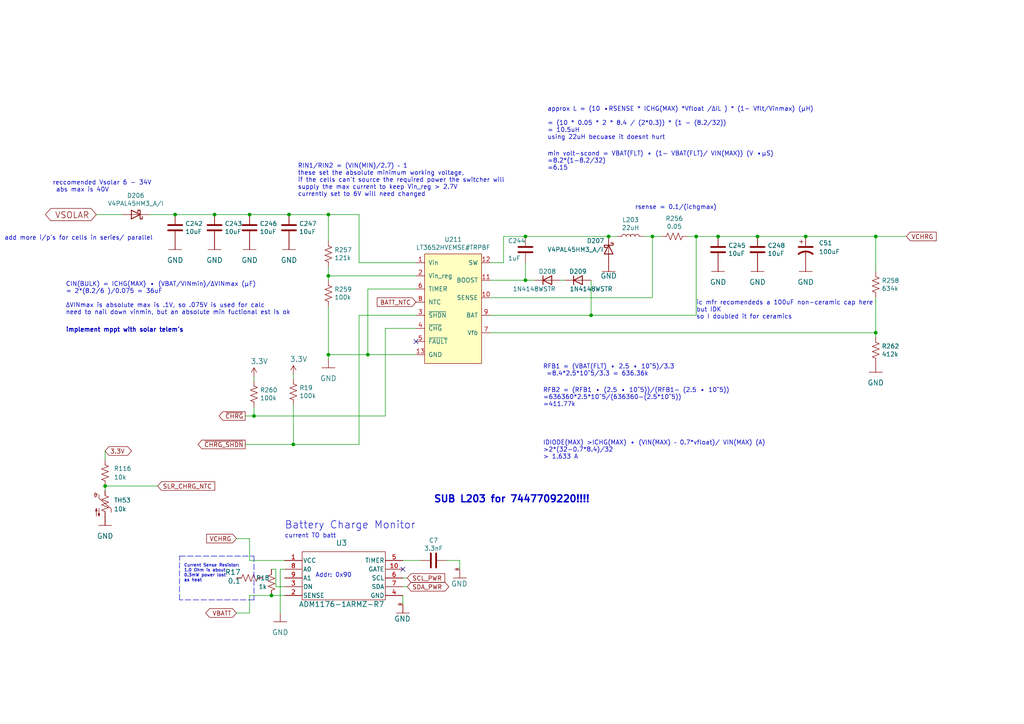
<source format=kicad_sch>
(kicad_sch (version 20211123) (generator eeschema)
  (paper "A4")
  (lib_symbols
    (symbol "Device:C" (pin_numbers hide) (pin_names (offset 0.254))
      (property "Reference" "C" (at 0.635 2.54 0))
      (property "Value" "C" (at 0.635 -2.54 0))
      (symbol "C_0_1"
        (polyline (pts (xy -2.032 -0.762) (xy 2.032 -0.762)) (stroke (width 0.508)))
        (polyline (pts (xy -2.032 0.762) (xy 2.032 0.762)) (stroke (width 0.508)))
      )
      (symbol "C_1_1"
        (pin passive line (at 0 3.81 270) (length 2.794) (name "~") (number "1"))
        (pin passive line (at 0 -3.81 90) (length 2.794) (name "~") (number "2"))
      )
    )
    (symbol "Device:C_Polarized_US" (pin_numbers hide) (pin_names (offset 0.254) hide)
      (property "Reference" "C" (at 0.635 2.54 0))
      (property "Value" "C_Polarized_US" (at 0.635 -2.54 0))
      (symbol "C_Polarized_US_0_1"
        (polyline (pts (xy -2.032 0.762) (xy 2.032 0.762)) (stroke (width 0.508)))
        (polyline (pts (xy -1.778 2.286) (xy -0.762 2.286)))
        (polyline (pts (xy -1.27 1.778) (xy -1.27 2.794)))
        (arc (start 2.032 -1.27) (mid 0 -0.5572) (end -2.032 -1.27) (stroke (width 0.508)))
      )
      (symbol "C_Polarized_US_1_1"
        (pin passive line (at 0 3.81 270) (length 2.794) (name "~") (number "1"))
        (pin passive line (at 0 -3.81 90) (length 3.302) (name "~") (number "2"))
      )
    )
    (symbol "Device:L" (pin_numbers hide) (pin_names (offset 1.016) hide)
      (property "Reference" "L" (at -1.27 0 90))
      (property "Value" "L" (at 1.905 0 90))
      (symbol "L_0_1"
        (arc (start 0 -2.54) (mid 0.635 -1.905) (end 0 -1.27))
        (arc (start 0 -1.27) (mid 0.635 -0.635) (end 0 0))
        (arc (start 0 0) (mid 0.635 0.635) (end 0 1.27))
        (arc (start 0 1.27) (mid 0.635 1.905) (end 0 2.54))
      )
      (symbol "L_1_1"
        (pin passive line (at 0 3.81 270) (length 1.27) (name "1") (number "1"))
        (pin passive line (at 0 -3.81 90) (length 1.27) (name "2") (number "2"))
      )
    )
    (symbol "Device:R_US" (pin_numbers hide) (pin_names (offset 0))
      (property "Reference" "R" (at 2.54 0 90))
      (property "Value" "R_US" (at -2.54 0 90))
      (symbol "R_US_0_1"
        (polyline (pts (xy 0 -2.286) (xy 0 -2.54)))
        (polyline (pts (xy 0 2.286) (xy 0 2.54)))
        (polyline (pts (xy 0 -0.762) (xy 1.016 -1.143) (xy 0 -1.524) (xy -1.016 -1.905) (xy 0 -2.286)))
        (polyline (pts (xy 0 0.762) (xy 1.016 0.381) (xy 0 0) (xy -1.016 -0.381) (xy 0 -0.762)))
        (polyline (pts (xy 0 2.286) (xy 1.016 1.905) (xy 0 1.524) (xy -1.016 1.143) (xy 0 0.762)))
      )
      (symbol "R_US_1_1"
        (pin passive line (at 0 3.81 270) (length 1.27) (name "~") (number "1"))
        (pin passive line (at 0 -3.81 90) (length 1.27) (name "~") (number "2"))
      )
    )
    (symbol "Device:Thermistor_NTC_US" (pin_numbers hide) (pin_names (offset 0))
      (property "Reference" "TH" (at -4.445 0 90))
      (property "Value" "Thermistor_NTC_US" (at 3.175 0 90))
      (symbol "Thermistor_NTC_US_0_1"
        (arc (start -3.048 2.159) (mid -3.0495 2.3143) (end -3.175 2.413))
        (arc (start -3.048 2.159) (mid -2.9736 1.9794) (end -2.794 1.905))
        (arc (start -3.048 2.794) (mid -2.9736 2.6144) (end -2.794 2.54))
        (arc (start -2.794 1.905) (mid -2.6144 1.9794) (end -2.54 2.159))
        (arc (start -2.794 2.54) (mid -2.4393 2.5587) (end -2.159 2.794))
        (arc (start -2.794 3.048) (mid -2.9736 2.9736) (end -3.048 2.794))
        (arc (start -2.54 2.794) (mid -2.6144 2.9736) (end -2.794 3.048))
        (polyline (pts (xy -2.54 2.159) (xy -2.54 2.794)))
        (polyline (pts (xy 0 -2.286) (xy 0 -2.54)))
        (polyline (pts (xy 0 2.286) (xy 0 2.54)))
        (polyline (pts (xy -1.778 2.54) (xy -1.778 1.524) (xy 1.778 -1.524) (xy 1.778 -2.54)))
        (polyline (pts (xy 0 -0.762) (xy 1.016 -1.143) (xy 0 -1.524) (xy -1.016 -1.905) (xy 0 -2.286)))
        (polyline (pts (xy 0 0.762) (xy 1.016 0.381) (xy 0 0) (xy -1.016 -0.381) (xy 0 -0.762)))
        (polyline (pts (xy 0 2.286) (xy 1.016 1.905) (xy 0 1.524) (xy -1.016 1.143) (xy 0 0.762)))
        (polyline (pts (xy -2.54 -3.683) (xy -2.54 -1.397) (xy -2.794 -2.159) (xy -2.286 -2.159) (xy -2.54 -1.397) (xy -2.54 -1.651)) (fill (type outline)))
        (polyline (pts (xy -1.778 -1.397) (xy -1.778 -3.683) (xy -2.032 -2.921) (xy -1.524 -2.921) (xy -1.778 -3.683) (xy -1.778 -3.429)) (fill (type outline)))
      )
      (symbol "Thermistor_NTC_US_1_1"
        (pin passive line (at 0 3.81 270) (length 1.27) (name "~") (number "1"))
        (pin passive line (at 0 -3.81 90) (length 1.27) (name "~") (number "2"))
      )
    )
    (symbol "mainboard-rescue:D-Device-mainboard-rescue" (pin_numbers hide) (pin_names (offset 1.016) hide)
      (property "Reference" "D" (at 0 2.54 0))
      (property "Value" "D-Device-mainboard-rescue" (at 0 -2.54 0))
      (symbol "D-Device-mainboard-rescue_0_1"
        (polyline (pts (xy -1.27 1.27) (xy -1.27 -1.27)) (stroke (width 0.254)))
        (polyline (pts (xy 1.27 0) (xy -1.27 0)))
        (polyline (pts (xy 1.27 1.27) (xy 1.27 -1.27) (xy -1.27 0) (xy 1.27 1.27)) (stroke (width 0.254)))
      )
      (symbol "D-Device-mainboard-rescue_1_1"
        (pin passive line (at -3.81 0 0) (length 2.54) (name "K") (number "1"))
        (pin passive line (at 3.81 0 180) (length 2.54) (name "A") (number "2"))
      )
    )
    (symbol "mainboard-rescue:D_Schottky-Device-mainboard-rescue" (pin_numbers hide) (pin_names (offset 1.016) hide)
      (property "Reference" "D" (at 0 2.54 0))
      (property "Value" "D_Schottky-Device-mainboard-rescue" (at 0 -2.54 0))
      (symbol "D_Schottky-Device-mainboard-rescue_0_1"
        (polyline (pts (xy 1.27 0) (xy -1.27 0)))
        (polyline (pts (xy 1.27 1.27) (xy 1.27 -1.27) (xy -1.27 0) (xy 1.27 1.27)) (stroke (width 0.254)))
        (polyline (pts (xy -1.905 0.635) (xy -1.905 1.27) (xy -1.27 1.27) (xy -1.27 -1.27) (xy -0.635 -1.27) (xy -0.635 -0.635)) (stroke (width 0.254)))
      )
      (symbol "D_Schottky-Device-mainboard-rescue_1_1"
        (pin passive line (at -3.81 0 0) (length 2.54) (name "K") (number "1"))
        (pin passive line (at 3.81 0 180) (length 2.54) (name "A") (number "2"))
      )
    )
    (symbol "mainboard:3.3V" (power) (pin_names (offset 1.016))
      (property "Value" "3.3V" (at -1.016 3.556 0))
      (symbol "3.3V_1_0"
        (polyline (pts (xy 0 2.54) (xy -0.762 1.27)))
        (polyline (pts (xy 0.762 1.27) (xy 0 2.54)))
        (pin power_in line (at 0 0 90) (length 2.54) (name "3.3V") (number "1"))
      )
    )
    (symbol "mainboard:ADM1176-1ARMZ-R7" (pin_names (offset 0.254))
      (property "Reference" "U?" (at 19.05 -10.16 0))
      (property "Value" "ADM1176-1ARMZ-R7" (at 20.32 -26.67 0))
      (symbol "ADM1176-1ARMZ-R7_0_1"
        (rectangle (start 7.62 -11.43) (end 31.75 -25.4))
      )
      (symbol "ADM1176-1ARMZ-R7_1_0"
        (pin unspecified line (at 2.54 -13.97 0) (length 5.08) (name "VCC") (number "1"))
        (pin unspecified line (at 36.83 -16.51 180) (length 5.08) (name "GATE") (number "10"))
        (pin unspecified line (at 2.54 -24.13 0) (length 5.08) (name "SENSE") (number "2"))
        (pin unspecified line (at 2.54 -21.59 0) (length 5.08) (name "ON") (number "3"))
        (pin unspecified line (at 36.83 -24.13 180) (length 5.08) (name "GND") (number "4"))
        (pin unspecified line (at 36.83 -13.97 180) (length 5.08) (name "TIMER") (number "5"))
        (pin unspecified line (at 36.83 -19.05 180) (length 5.08) (name "SCL") (number "6"))
        (pin unspecified line (at 36.83 -21.59 180) (length 5.08) (name "SDA") (number "7"))
        (pin unspecified line (at 2.54 -16.51 0) (length 5.08) (name "A0") (number "8"))
        (pin unspecified line (at 2.54 -19.05 0) (length 5.08) (name "A1") (number "9"))
      )
    )
    (symbol "mainboard:GND" (power) (pin_names (offset 1.016))
      (property "Value" "GND" (at -2.54 -2.54 0))
      (symbol "GND_1_0"
        (polyline (pts (xy -1.905 0) (xy 1.905 0)))
        (pin power_in line (at 0 2.54 270) (length 2.54) (name "GND") (number "1"))
      )
    )
    (symbol "mainboard_SLI:LTC3652HV" (pin_names (offset 1.016))
      (property "Reference" "U" (at 0 3.81 0))
      (property "Value" "LTC3652HV" (at 0 1.27 0))
      (symbol "LTC3652HV_0_1"
        (rectangle (start -8.89 0) (end 7.62 -31.75) (fill (type background)))
      )
      (symbol "LTC3652HV_1_1"
        (pin input line (at -11.43 -2.54 0) (length 2.54) (name "Vin") (number "1"))
        (pin input line (at 10.16 -12.7 180) (length 2.54) (name "SENSE") (number "10"))
        (pin input line (at 10.16 -7.62 180) (length 2.54) (name "BOOST") (number "11"))
        (pin input line (at 10.16 -2.54 180) (length 2.54) (name "SW") (number "12"))
        (pin input line (at -11.43 -29.21 0) (length 2.54) (name "GND") (number "13"))
        (pin input line (at -11.43 -6.35 0) (length 2.54) (name "Vin_reg") (number "2"))
        (pin input line (at -11.43 -17.78 0) (length 2.54) (name "~{SHDN}") (number "3"))
        (pin input line (at -11.43 -21.59 0) (length 2.54) (name "~{CHG}") (number "4"))
        (pin input line (at -11.43 -25.4 0) (length 2.54) (name "~{FAULT}") (number "5"))
        (pin input line (at -11.43 -10.16 0) (length 2.54) (name "TIMER") (number "6"))
        (pin input line (at 10.16 -22.86 180) (length 2.54) (name "Vfb") (number "7"))
        (pin input line (at -11.43 -13.97 0) (length 2.54) (name "NTC") (number "8"))
        (pin input line (at 10.16 -17.78 180) (length 2.54) (name "BAT") (number "9"))
      )
    )
  )
  (junction (at 254 96.52))
  (junction (at 95.25 62.23))
  (junction (at 73.66 120.65))
  (junction (at 95.25 80.01))
  (junction (at 152.4 81.28))
  (junction (at 171.45 91.44))
  (junction (at 85.09 128.905))
  (junction (at 219.71 68.58))
  (junction (at 189.23 68.58))
  (junction (at 72.39 62.23))
  (junction (at 152.4 68.58))
  (junction (at 201.93 68.58))
  (junction (at 106.68 102.87))
  (junction (at 176.53 68.58))
  (junction (at 233.68 68.58))
  (junction (at 95.25 102.87))
  (junction (at 30.48 140.97))
  (junction (at 83.82 62.23))
  (junction (at 254 68.58))
  (junction (at 62.23 62.23))
  (junction (at 50.8 62.23))
  (junction (at 208.28 68.58))
  (junction (at 78.74 172.72))
  (no_connect (at 116.84 165.1))
  (no_connect (at 120.65 99.06))
  (wire (pts (xy 163.83 81.28) (xy 162.56 81.28)))
  (wire (pts (xy 30.48 140.97) (xy 45.72 140.97)))
  (wire (pts (xy 104.14 76.2) (xy 120.65 76.2)))
  (wire (pts (xy 154.94 81.28) (xy 152.4 81.28)))
  (wire (pts (xy 81.28 177.8) (xy 81.28 165.1)))
  (wire (pts (xy 118.11 170.18) (xy 116.84 170.18)))
  (wire (pts (xy 80.01 165.1) (xy 78.74 165.1)))
  (wire (pts (xy 68.58 156.21) (xy 72.39 156.21)))
  (wire (pts (xy 219.71 68.58) (xy 233.68 68.58)))
  (wire (pts (xy 189.23 86.36) (xy 189.23 68.58)))
  (wire (pts (xy 30.48 130.81) (xy 30.48 133.35)))
  (polyline (pts (xy 52.07 173.99) (xy 52.07 161.29)))
  (wire (pts (xy 73.66 109.22) (xy 73.66 110.49)))
  (wire (pts (xy 72.39 172.72) (xy 72.39 177.8)))
  (wire (pts (xy 120.65 95.25) (xy 111.76 95.25)))
  (wire (pts (xy 104.14 91.44) (xy 120.65 91.44)))
  (wire (pts (xy 254 96.52) (xy 254 86.36)))
  (wire (pts (xy 152.4 68.58) (xy 146.05 68.58)))
  (wire (pts (xy 106.68 83.82) (xy 106.68 102.87)))
  (wire (pts (xy 142.24 91.44) (xy 171.45 91.44)))
  (wire (pts (xy 62.23 62.23) (xy 72.39 62.23)))
  (wire (pts (xy 146.05 76.2) (xy 142.24 76.2)))
  (wire (pts (xy 201.93 68.58) (xy 199.39 68.58)))
  (wire (pts (xy 142.24 81.28) (xy 152.4 81.28)))
  (wire (pts (xy 121.92 162.56) (xy 116.84 162.56)))
  (wire (pts (xy 83.82 62.23) (xy 95.25 62.23)))
  (wire (pts (xy 95.25 81.28) (xy 95.25 80.01)))
  (wire (pts (xy 95.25 80.01) (xy 95.25 77.47)))
  (wire (pts (xy 43.18 62.23) (xy 50.8 62.23)))
  (wire (pts (xy 95.25 62.23) (xy 104.14 62.23)))
  (wire (pts (xy 104.14 76.2) (xy 104.14 62.23)))
  (wire (pts (xy 80.01 170.18) (xy 80.01 165.1)))
  (wire (pts (xy 142.24 96.52) (xy 254 96.52)))
  (polyline (pts (xy 73.66 161.29) (xy 73.66 173.99)))
  (wire (pts (xy 233.68 68.58) (xy 254 68.58)))
  (polyline (pts (xy 73.66 173.99) (xy 52.07 173.99)))
  (wire (pts (xy 85.09 117.475) (xy 85.09 128.905)))
  (wire (pts (xy 171.45 91.44) (xy 201.93 91.44)))
  (wire (pts (xy 186.69 68.58) (xy 189.23 68.58)))
  (wire (pts (xy 95.25 80.01) (xy 120.65 80.01)))
  (wire (pts (xy 129.54 162.56) (xy 133.35 162.56)))
  (wire (pts (xy 50.8 62.23) (xy 62.23 62.23)))
  (wire (pts (xy 201.93 91.44) (xy 201.93 68.58)))
  (wire (pts (xy 85.09 108.585) (xy 85.09 109.855)))
  (wire (pts (xy 81.28 165.1) (xy 82.55 165.1)))
  (wire (pts (xy 106.68 102.87) (xy 120.65 102.87)))
  (wire (pts (xy 72.39 172.72) (xy 78.74 172.72)))
  (wire (pts (xy 27.94 62.23) (xy 35.56 62.23)))
  (wire (pts (xy 152.4 76.2) (xy 152.4 81.28)))
  (wire (pts (xy 72.39 162.56) (xy 82.55 162.56)))
  (wire (pts (xy 78.74 172.72) (xy 82.55 172.72)))
  (wire (pts (xy 30.48 140.97) (xy 30.48 142.24)))
  (wire (pts (xy 72.39 62.23) (xy 83.82 62.23)))
  (wire (pts (xy 146.05 68.58) (xy 146.05 76.2)))
  (wire (pts (xy 73.66 120.65) (xy 71.12 120.65)))
  (wire (pts (xy 104.14 91.44) (xy 104.14 128.905)))
  (wire (pts (xy 73.66 120.65) (xy 111.76 120.65)))
  (polyline (pts (xy 52.07 161.29) (xy 73.66 161.29)))
  (wire (pts (xy 133.35 165.1) (xy 133.35 162.56)))
  (wire (pts (xy 142.24 86.36) (xy 189.23 86.36)))
  (wire (pts (xy 72.39 162.56) (xy 72.39 156.21)))
  (wire (pts (xy 254 68.58) (xy 254 78.74)))
  (wire (pts (xy 95.25 102.87) (xy 95.25 104.14)))
  (wire (pts (xy 111.76 95.25) (xy 111.76 120.65)))
  (wire (pts (xy 73.66 118.11) (xy 73.66 120.65)))
  (wire (pts (xy 106.68 102.87) (xy 95.25 102.87)))
  (wire (pts (xy 179.07 68.58) (xy 176.53 68.58)))
  (wire (pts (xy 106.68 83.82) (xy 120.65 83.82)))
  (wire (pts (xy 208.28 68.58) (xy 219.71 68.58)))
  (wire (pts (xy 189.23 68.58) (xy 191.77 68.58)))
  (wire (pts (xy 104.14 128.905) (xy 85.09 128.905)))
  (wire (pts (xy 95.25 88.9) (xy 95.25 102.87)))
  (wire (pts (xy 118.11 167.64) (xy 116.84 167.64)))
  (wire (pts (xy 95.25 69.85) (xy 95.25 62.23)))
  (wire (pts (xy 201.93 68.58) (xy 208.28 68.58)))
  (wire (pts (xy 85.09 128.905) (xy 71.12 128.905)))
  (wire (pts (xy 254 68.58) (xy 262.89 68.58)))
  (wire (pts (xy 152.4 68.58) (xy 176.53 68.58)))
  (wire (pts (xy 171.45 81.28) (xy 171.45 91.44)))
  (wire (pts (xy 68.58 177.8) (xy 72.39 177.8)))
  (wire (pts (xy 116.84 175.26) (xy 116.84 172.72)))
  (wire (pts (xy 254 96.52) (xy 254 97.79)))
  (wire (pts (xy 80.01 170.18) (xy 82.55 170.18)))
  (text "Battery Charge Monitor" (at 82.55 153.67 0) (effects (font (size 2.159 2.159)) (justify left bottom)))
  (text "RFB2 = (RFB1 • (2.5 • 10^5))/(RFB1- (2.5 • 10^5)) \n=636360*2.5*10^5/(636360-(2.5*10^5))\n=411.77k" (at 157.48 118.11 0) (effects (font (size 1.27 1.27)) (justify left bottom)))
  (text "reccomended Vsolar 6 - 34V\n abs max is 40V" (at 15.24 55.88 0) (effects (font (size 1.27 1.27)) (justify left bottom)))
  (text "ic mfr recomendeds a 100uF non-ceramic cap here\nbut IDK\nso I doubled it for ceramics" (at 201.93 92.71 0) (effects (font (size 1.27 1.27)) (justify left bottom)))
  (text "SUB L203 for 7447709220!!!!" (at 125.73 146.05 0) (effects (font (size 2 2) (thickness 0.4) bold) (justify left bottom)))
  (text "current TO batt" (at 82.55 156.21 0) (effects (font (size 1.27 1.27)) (justify left bottom)))
  (text "CIN(BULK) = ICHG(MAX) • (VBAT/VINmin)/ΔVINmax (µF) \n= 2*(8.2/6 )/0.075 = 36uF\n\nΔVINmax is absolute max is .1V, so .075V is used for calc\nneed to nail down vinmin, but an absolute min fuctional est is ok" (at 19.05 91.44 0) (effects (font (size 1.27 1.27)) (justify left bottom)))
  (text "IDIODE(MAX) >ICHG(MAX) • (VIN(MAX) – 0.7*vfloat)/ VIN(MAX) (A)\n>2*(32-0.7*8.4)/32\n> 1.633 A" (at 157.48 133.35 0) (effects (font (size 1.27 1.27)) (justify left bottom)))
  (text "RFB1 = (VBAT(FLT) • 2.5 • 10^5)/3.3\n =8.4*2.5*10^5/3.3 = 636.36k" (at 157.48 109.22 0) (effects (font (size 1.27 1.27)) (justify left bottom)))
  (text "RIN1/RIN2 = (VIN(MIN)/2.7) – 1\nthese set the absolute minimum working voltage,\nif the cells can't source the required power the switcher will \nsupply the max current to keep Vin_reg > 2.7V\ncurrently set to 6V will need changed" (at 86.36 57.15 0) (effects (font (size 1.27 1.27)) (justify left bottom)))
  (text "approx L = (10 •RSENSE * ICHG(MAX) *Vfloat /ΔIL ) * (1- Vflt/Vinmax) (µH)\n\n= (10 * 0.05 * 2 * 8.4 / (2*0.3)) * (1 - (8.2/32))\n= 10.5uH\nusing 22uH becuase it doesnt hurt" (at 158.75 40.64 0) (effects (font (size 1.27 1.27)) (justify left bottom)))
  (text "add more i/p's for cells in series/ parallel" (at 1.27 69.85 0) (effects (font (size 1.27 1.27)) (justify left bottom)))
  (text "implement mppt with solar telem's" (at 19.05 96.52 0) (effects (font (size 1.27 1.27) (thickness 0.254) bold) (justify left bottom)))
  (text "rsense = 0.1/(ichgmax)" (at 184.15 60.96 0) (effects (font (size 1.27 1.27)) (justify left bottom)))
  (text "Current Sense Resistor:\n1.0 Ohm is about \n0.3mW power lost\nas heat" (at 53.34 168.91 0) (effects (font (size 0.889 0.889)) (justify left bottom)))
  (text "Addr: 0x90" (at 91.44 167.64 0) (effects (font (size 1.27 1.27)) (justify left bottom)))
  (text "min volt-scond = VBAT(FLT) • (1− VBAT(FLT)/ VIN(MAX)) (V •µS)\n=8.2*(1-8.2/32)\n=6.15" (at 158.75 49.53 0) (effects (font (size 1.27 1.27)) (justify left bottom)))
  (global_label "VCHRG" (shape input) (at 262.89 68.58 0) (property "Intersheet References" "${INTERSHEET_REFS}" (effects hide)))
  (global_label "~{CHRG}" (shape output) (at 71.12 120.65 180) (property "Intersheet References" "${INTERSHEET_REFS}" (effects hide)))
  (global_label "SCL_PWR" (shape input) (at 118.11 167.64 0) (property "Intersheet References" "${INTERSHEET_REFS}" (effects hide)))
  (global_label "VCHRG" (shape input) (at 68.58 156.21 180) (property "Intersheet References" "${INTERSHEET_REFS}" (effects hide)))
  (global_label "BATT_NTC" (shape input) (at 120.65 87.63 180) (property "Intersheet References" "${INTERSHEET_REFS}" (effects hide)))
  (global_label "VSOLAR" (shape bidirectional) (at 27.94 62.23 180) (effects (font (size 1.778 1.778))) (property "Intersheet References" "${INTERSHEET_REFS}" (effects hide)))
  (global_label "SDA_PWR" (shape bidirectional) (at 118.11 170.18 0) (property "Intersheet References" "${INTERSHEET_REFS}" (effects hide)))
  (global_label "GND" (shape bidirectional) (at 133.35 165.1 180) (effects (font (size 0.254 0.254))) (property "Intersheet References" "${INTERSHEET_REFS}" (effects hide)))
  (global_label "3.3V" (shape bidirectional) (at 30.48 130.81 0) (property "Intersheet References" "${INTERSHEET_REFS}" (effects hide)))
  (global_label "GND" (shape bidirectional) (at 116.84 175.26 180) (effects (font (size 0.254 0.254))) (property "Intersheet References" "${INTERSHEET_REFS}" (effects hide)))
  (global_label "SLR_CHRG_NTC" (shape input) (at 45.72 140.97 0) (property "Intersheet References" "${INTERSHEET_REFS}" (effects hide)))
  (global_label "VBATT" (shape bidirectional) (at 68.58 177.8 180) (property "Intersheet References" "${INTERSHEET_REFS}" (effects hide)))
  (global_label "~{CHRG_SHDN}" (shape output) (at 71.12 128.905 180) (property "Intersheet References" "${INTERSHEET_REFS}" (effects hide)))
  (symbol (lib_id "mainboard_SLI:LTC3652HV") (at 132.08 73.66 0) (unit 1)
    (property "Reference" "U211" (at 131.445 69.469 0))
    (property "Value" "‎LT3652HVEMSE#TRPBF‎" (at 131.445 71.7804 0))
    (property "Footprint" "Package_SO:MSOP-12-1EP_3x4mm_P0.65mm_EP1.65x2.85mm_ThermalVias" (effects hide))
  )
  (symbol (lib_id "Device:C") (at 50.8 66.04 0) (unit 1)
    (property "Reference" "C242" (at 53.721 64.8716 0) (effects (justify left)))
    (property "Value" "10uF" (at 53.721 67.183 0) (effects (justify left)))
    (property "Footprint" "Capacitor_SMD:C_1210_3225Metric" (effects hide))
    (property "Datasheet" "CNA6P1X7R1H106K250AE" (effects hide))
  )
  (symbol (lib_id "mainboard:GND") (at 50.8 72.39 0) (unit 1)
    (property "Reference" "#GND0201" (effects hide))
    (property "Value" "GND" (at 50.8 75.4634 0) (effects (font (size 1.4986 1.4986))))
  )
  (symbol (lib_id "Device:R_US") (at 73.66 114.3 0) (unit 1)
    (property "Reference" "R260" (at 75.3872 113.1316 0) (effects (justify left)))
    (property "Value" "100k" (at 75.3872 115.443 0) (effects (justify left)))
    (property "Footprint" "Resistor_SMD:R_0603_1608Metric" (effects hide))
  )
  (symbol (lib_id "mainboard:3.3V") (at 73.66 109.22 0) (unit 1)
    (property "Reference" "#P+0201" (effects hide))
    (property "Value" "3.3V" (at 72.644 105.664 0) (effects (font (size 1.4986 1.4986)) (justify left bottom)))
  )
  (symbol (lib_id "Device:R_US") (at 95.25 73.66 0) (unit 1)
    (property "Reference" "R257" (at 96.9772 72.4916 0) (effects (justify left)))
    (property "Value" "121k" (at 96.9772 74.803 0) (effects (justify left)))
    (property "Footprint" "Resistor_SMD:R_0603_1608Metric" (effects hide))
  )
  (symbol (lib_id "Device:R_US") (at 95.25 85.09 0) (unit 1)
    (property "Reference" "R259" (at 96.9772 83.9216 0) (effects (justify left)))
    (property "Value" "100k" (at 96.9772 86.233 0) (effects (justify left)))
    (property "Footprint" "Resistor_SMD:R_0603_1608Metric" (effects hide))
  )
  (symbol (lib_id "mainboard:GND") (at 95.25 106.68 0) (unit 1)
    (property "Reference" "#GND0208" (effects hide))
    (property "Value" "GND" (at 95.25 109.7534 0) (effects (font (size 1.4986 1.4986))))
  )
  (symbol (lib_id "Device:C") (at 152.4 72.39 0) (unit 1)
    (property "Reference" "C244" (at 147.32 69.85 0) (effects (justify left)))
    (property "Value" "1uF" (at 147.32 74.93 0) (effects (justify left)))
    (property "Footprint" "Capacitor_SMD:C_0603_1608Metric" (effects hide))
  )
  (symbol (lib_id "mainboard-rescue:D_Schottky-Device-mainboard-rescue") (at 176.53 72.39 270) (unit 1)
    (property "Reference" "D207" (at 170.18 69.85 90) (effects (justify left)))
    (property "Value" "V4PAL45HM3_A/I" (at 158.75 72.39 90) (effects (justify left)))
    (property "Footprint" "mainboard-SLI:SMPA" (effects hide))
  )
  (symbol (lib_id "Device:L") (at 182.88 68.58 270) (mirror x) (unit 1)
    (property "Reference" "L203" (at 182.88 63.754 90))
    (property "Value" "22uH" (at 182.88 66.0654 90))
    (property "Datasheet" "7447709220" (effects hide))
  )
  (symbol (lib_id "mainboard:GND") (at 176.53 78.74 0) (unit 1)
    (property "Reference" "#GND0203" (effects hide))
    (property "Value" "GND" (at 176.53 80.01 0) (effects (font (size 1.4986 1.4986))))
  )
  (symbol (lib_id "Device:R_US") (at 195.58 68.58 270) (unit 1)
    (property "Reference" "R256" (at 195.58 63.373 90))
    (property "Value" "0.05" (at 195.58 65.6844 90))
    (property "Footprint" "Resistor_SMD:R_1206_3216Metric" (effects hide))
    (property "Datasheet" "WSLP1206R0500DEA" (effects hide))
  )
  (symbol (lib_id "Device:R_US") (at 254 82.55 0) (unit 1)
    (property "Reference" "R258" (at 255.7272 81.3816 0) (effects (justify left)))
    (property "Value" "634k" (at 255.7272 83.693 0) (effects (justify left)))
    (property "Footprint" "Resistor_SMD:R_0603_1608Metric" (effects hide))
  )
  (symbol (lib_id "Device:R_US") (at 254 101.6 0) (unit 1)
    (property "Reference" "R262" (at 255.7272 100.4316 0) (effects (justify left)))
    (property "Value" "412k" (at 255.7272 102.743 0) (effects (justify left)))
    (property "Footprint" "Resistor_SMD:R_0603_1608Metric" (effects hide))
  )
  (symbol (lib_id "mainboard:GND") (at 254 107.95 0) (unit 1)
    (property "Reference" "#GND0209" (effects hide))
    (property "Value" "GND" (at 254 111.0234 0) (effects (font (size 1.4986 1.4986))))
  )
  (symbol (lib_id "Device:C") (at 208.28 72.39 0) (unit 1)
    (property "Reference" "C245" (at 211.201 71.2216 0) (effects (justify left)))
    (property "Value" "10uF" (at 211.201 73.533 0) (effects (justify left)))
    (property "Footprint" "Capacitor_SMD:C_1210_3225Metric" (effects hide))
    (property "Datasheet" "CNA6P1X7R1H106K250AE" (effects hide))
  )
  (symbol (lib_id "mainboard:GND") (at 208.28 78.74 0) (unit 1)
    (property "Reference" "#GND0204" (effects hide))
    (property "Value" "GND" (at 208.28 81.8134 0) (effects (font (size 1.4986 1.4986))))
  )
  (symbol (lib_id "mainboard-rescue:D-Device-mainboard-rescue") (at 167.64 81.28 0) (unit 1)
    (property "Reference" "D209" (at 167.64 78.74 0))
    (property "Value" "1N4148WSTR" (at 171.45 83.82 0))
    (property "Footprint" "Diode_SMD:D_SOD-323" (effects hide))
  )
  (symbol (lib_id "mainboard-rescue:D-Device-mainboard-rescue") (at 158.75 81.28 0) (unit 1)
    (property "Reference" "D208" (at 158.75 78.74 0))
    (property "Value" "1N4148WSTR" (at 154.94 83.82 0))
    (property "Footprint" "Diode_SMD:D_SOD-323" (effects hide))
  )
  (symbol (lib_id "mainboard:GND") (at 219.71 78.74 0) (unit 1)
    (property "Reference" "#GND0104" (effects hide))
    (property "Value" "GND" (at 219.71 81.8134 0) (effects (font (size 1.4986 1.4986))))
  )
  (symbol (lib_id "Device:C") (at 62.23 66.04 0) (unit 1)
    (property "Reference" "C243" (at 65.151 64.8716 0) (effects (justify left)))
    (property "Value" "10uF" (at 65.151 67.183 0) (effects (justify left)))
    (property "Footprint" "Capacitor_SMD:C_1210_3225Metric" (effects hide))
    (property "Datasheet" "CNA6P1X7R1H106K250AE" (effects hide))
  )
  (symbol (lib_id "mainboard:GND") (at 62.23 72.39 0) (unit 1)
    (property "Reference" "#GND0167" (effects hide))
    (property "Value" "GND" (at 62.23 75.4634 0) (effects (font (size 1.4986 1.4986))))
  )
  (symbol (lib_id "Device:C") (at 72.39 66.04 0) (unit 1)
    (property "Reference" "C246" (at 75.311 64.8716 0) (effects (justify left)))
    (property "Value" "10uF" (at 75.311 67.183 0) (effects (justify left)))
    (property "Footprint" "Capacitor_SMD:C_1210_3225Metric" (effects hide))
    (property "Datasheet" "CNA6P1X7R1H106K250AE" (effects hide))
  )
  (symbol (lib_id "mainboard:GND") (at 72.39 72.39 0) (unit 1)
    (property "Reference" "#GND0168" (effects hide))
    (property "Value" "GND" (at 72.39 75.4634 0) (effects (font (size 1.4986 1.4986))))
  )
  (symbol (lib_id "Device:C") (at 83.82 66.04 0) (unit 1)
    (property "Reference" "C247" (at 86.741 64.8716 0) (effects (justify left)))
    (property "Value" "10uF" (at 86.741 67.183 0) (effects (justify left)))
    (property "Footprint" "Capacitor_SMD:C_1210_3225Metric" (effects hide))
    (property "Datasheet" "CNA6P1X7R1H106K250AE" (effects hide))
  )
  (symbol (lib_id "mainboard:GND") (at 83.82 72.39 0) (unit 1)
    (property "Reference" "#GND0169" (effects hide))
    (property "Value" "GND" (at 83.82 75.4634 0) (effects (font (size 1.4986 1.4986))))
  )
  (symbol (lib_id "mainboard-rescue:D_Schottky-Device-mainboard-rescue") (at 39.37 62.23 180) (unit 1)
    (property "Reference" "D206" (at 39.37 56.7182 0))
    (property "Value" "V4PAL45HM3_A/I" (at 39.37 59.0296 0))
    (property "Footprint" "mainboard-SLI:SMPA" (effects hide))
  )
  (symbol (lib_id "Device:C") (at 219.71 72.39 0) (unit 1)
    (property "Reference" "C248" (at 222.631 71.2216 0) (effects (justify left)))
    (property "Value" "10uF" (at 222.631 73.533 0) (effects (justify left)))
    (property "Footprint" "Capacitor_SMD:C_1210_3225Metric" (effects hide))
    (property "Datasheet" "CNA6P1X7R1H106K250AE" (effects hide))
  )
  (symbol (lib_id "mainboard:GND") (at 116.84 177.8 0) (unit 1)
    (property "Reference" "#GND0113" (effects hide))
    (property "Value" "GND" (at 114.3 180.34 0) (effects (font (size 1.4986 1.4986)) (justify left bottom)))
  )
  (symbol (lib_id "mainboard:3.3V") (at 85.09 108.585 0) (unit 1)
    (property "Reference" "#P+0103" (effects hide))
    (property "Value" "3.3V" (at 84.074 105.029 0) (effects (font (size 1.4986 1.4986)) (justify left bottom)))
  )
  (symbol (lib_id "Device:R_US") (at 78.74 168.91 0) (mirror x) (unit 1)
    (property "Reference" "R18" (at 76.2 167.64 0))
    (property "Value" "1k" (at 76.2 170.18 0))
    (property "Footprint" "Resistor_SMD:R_0603_1608Metric" (effects hide))
  )
  (symbol (lib_id "mainboard:GND") (at 81.28 180.34 0) (unit 1)
    (property "Reference" "#GND0112" (effects hide))
    (property "Value" "GND" (at 81.28 183.4134 0) (effects (font (size 1.4986 1.4986))))
  )
  (symbol (lib_id "mainboard:GND") (at 133.35 167.64 0) (unit 1)
    (property "Reference" "#GND0111" (effects hide))
    (property "Value" "GND" (at 130.81 170.18 0) (effects (font (size 1.4986 1.4986)) (justify left bottom)))
  )
  (symbol (lib_id "Device:R_US") (at 30.48 137.16 0) (unit 1)
    (property "Reference" "R116" (at 33.02 135.8899 0) (effects (justify left)))
    (property "Value" "10k" (at 33.02 138.4299 0) (effects (justify left)))
    (property "Footprint" "Resistor_SMD:R_0603_1608Metric" (effects hide))
  )
  (symbol (lib_id "Device:C_Polarized_US") (at 233.68 72.39 0) (unit 1)
    (property "Reference" "C51" (at 237.49 70.4849 0) (effects (justify left)))
    (property "Value" "100uF" (at 237.49 73.0249 0) (effects (justify left)))
  )
  (symbol (lib_id "mainboard:GND") (at 233.68 78.74 0) (unit 1)
    (property "Reference" "#GND0155" (effects hide))
    (property "Value" "GND" (at 233.68 81.8134 0) (effects (font (size 1.4986 1.4986))))
  )
  (symbol (lib_id "Device:Thermistor_NTC_US") (at 30.48 146.05 0) (unit 1)
    (property "Reference" "TH53" (at 33.02 145.0974 0) (effects (justify left)))
    (property "Value" "10k" (at 33.02 147.6374 0) (effects (justify left)))
    (property "Footprint" "Resistor_SMD:R_0603_1608Metric" (effects hide))
  )
  (symbol (lib_id "mainboard:ADM1176-1ARMZ-R7") (at 80.01 148.59 0) (unit 1)
    (property "Reference" "U3" (at 99.06 157.48 0) (effects (font (size 1.524 1.524))))
    (property "Value" "ADM1176-1ARMZ-R7" (at 99.06 175.26 0) (effects (font (size 1.524 1.524))))
    (property "Footprint" "mainboard:ADM1176-1ARMZ-R7" (effects hide))
    (property "Datasheet" "https://www.analog.com/media/en/technical-documentation/data-sheets/ADM1176.pdf" (effects hide))
    (property "Description" "Power Monitor" (effects hide))
    (property "Flight" "ADM1176-1ARMZ-R7" (effects hide))
    (property "Manufacturer_Name" "Analog Devices Inc." (effects hide))
    (property "Manufacturer_Part_Number" "ADM1176-1ARMZ-R7" (effects hide))
    (property "Proto" "ADM1176-1ARMZ-R7" (effects hide))
  )
  (symbol (lib_id "mainboard:GND") (at 30.48 152.4 0) (unit 1)
    (property "Reference" "#GND0150" (effects hide))
    (property "Value" "GND" (at 30.48 155.4734 0) (effects (font (size 1.4986 1.4986))))
  )
  (symbol (lib_id "Device:C") (at 125.73 162.56 270) (unit 1)
    (property "Reference" "C7" (at 125.73 156.7434 90))
    (property "Value" "3.3nF" (at 125.73 159.0548 90))
    (property "Footprint" "Capacitor_SMD:C_0603_1608Metric" (effects hide))
  )
  (symbol (lib_id "Device:R_US") (at 72.39 167.64 90) (unit 1)
    (property "Reference" "R17" (at 69.85 165.1 90) (effects (font (size 1.4986 1.4986)) (justify left bottom)))
    (property "Value" "0.1" (at 69.85 167.64 90) (effects (font (size 1.4986 1.4986)) (justify left bottom)))
    (property "Footprint" "Resistor_SMD:R_2512_6332Metric" (effects hide))
  )
  (symbol (lib_id "Device:R_US") (at 85.09 113.665 0) (unit 1)
    (property "Reference" "R19" (at 86.8172 112.4966 0) (effects (justify left)))
    (property "Value" "100k" (at 86.8172 114.808 0) (effects (justify left)))
    (property "Footprint" "Resistor_SMD:R_0603_1608Metric" (effects hide))
  )
)
</source>
